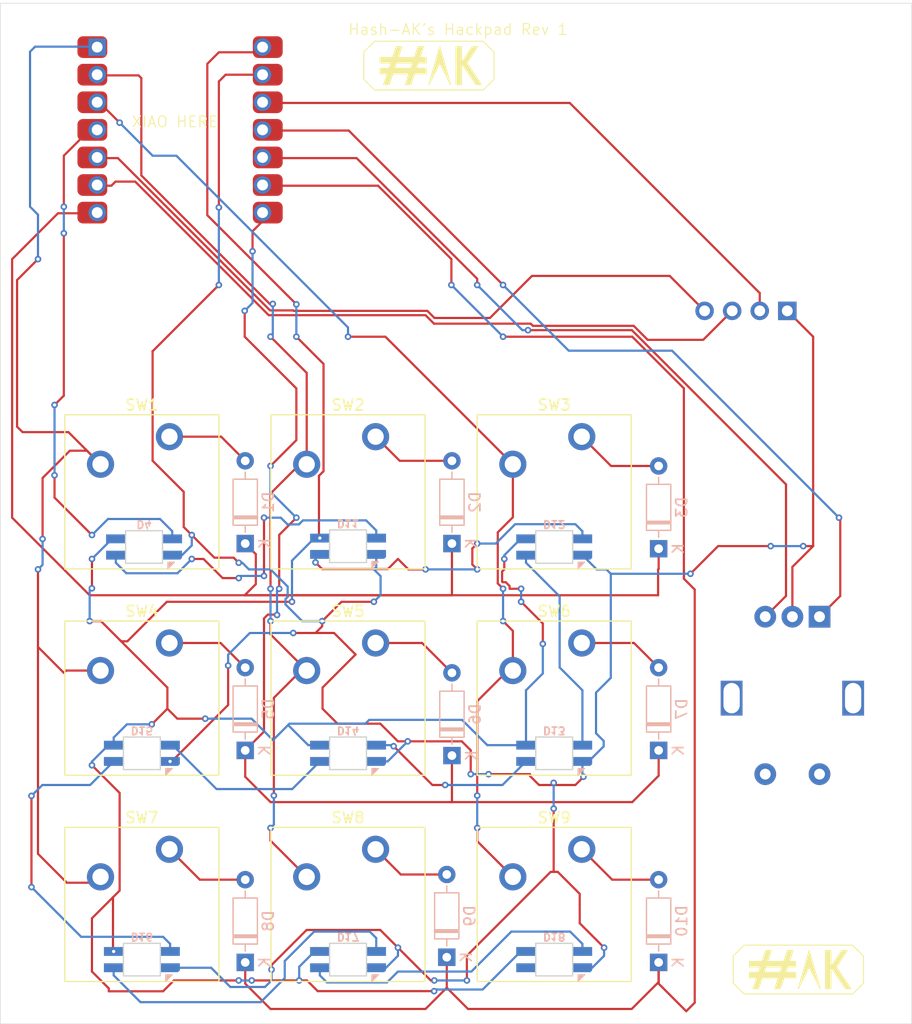
<source format=kicad_pcb>
(kicad_pcb (version 20241228) (generator "pcbnew") (generator_version "9.0")
  (layers (0 "F.Cu" signal) (2 "B.Cu" signal) (13 "F.Paste" user) (15 "B.Paste" user) (5 "F.SilkS" user "F.Silkscreen") (7 "B.SilkS" user "B.Silkscreen") (1 "F.Mask" user) (3 "B.Mask" user) (25 "Edge.Cuts" user))
  (net 0 "")
  (net 1 "GND")
  (net 2 "Row 0")
  (net 3 "Net-(D1-A)")
  (net 4 "Net-(D2-A)")
  (net 5 "Net-(D3-A)")
  (net 6 "Net-(D5-A)")
  (net 7 "Row 1")
  (net 8 "Net-(D6-A)")
  (net 9 "Net-(D7-A)")
  (net 10 "Row 2")
  (net 11 "Net-(D8-A)")
  (net 12 "Net-(D9-A)")
  (net 13 "Net-(D10-A)")
  (net 14 "VCC")
  (net 15 "SDA OLED")
  (net 16 "SCL OLED")
  (net 17 "Column 0")
  (net 18 "Column 1")
  (net 19 "Column 2")
  (net 20 "+5V")
  (net 21 "ENC11 A")
  (net 23 "ENC11 B")
  (net 25 "Net-(D11-DIN)")
  (net 26 "RGB")
  (net 27 "Net-(D11-DOUT)")
  (net 28 "Net-(D12-DOUT)")
  (net 29 "Net-(D13-DOUT)")
  (net 30 "Net-(D14-DOUT)")
  (net 31 "Net-(D15-DOUT)")
  (net 32 "Net-(D16-DOUT)")
  (net 33 "Net-(D17-DOUT)")
  (footprint "ScottoKeebs_MX:MX_PCB_1.00u" (layer "F.Cu") (at 49.06375 95.2375)
    (property "Reference" "SW2")
    (property "Value" "SW_Push")
  )
  (footprint "ScottoKeebs_MX:MX_PCB_1.00u" (layer "F.Cu") (at 30.06375 95.2375)
    (property "Reference" "SW1")
    (property "Value" "SW_Push")
  )
  (footprint "ScottoKeebs_MX:MX_PCB_1.00u" (layer "F.Cu") (at 68.06375 114.2375)
    (property "Reference" "SW6")
    (property "Value" "SW_Push")
  )
  (footprint "ScottoKeebs_MX:MX_PCB_1.00u" (layer "F.Cu") (at 30.06375 133.2375)
    (property "Reference" "SW7")
    (property "Value" "SW_Push")
  )
  (footprint "ScottoKeebs_MX:MX_PCB_1.00u" (layer "F.Cu") (at 49.06375 133.2375)
    (property "Reference" "SW8")
    (property "Value" "SW_Push")
  )
  (footprint "ScottoKeebs_MX:MX_PCB_1.00u" (layer "F.Cu") (at 30.06375 114.2375)
    (property "Reference" "SW4")
    (property "Value" "SW_Push")
  )
  (footprint "ScottoKeebs_MCU:Seeed_XIAO_RP2040" (layer "F.Cu") (at 33.565 61.9)
    (property "Reference" "U2" (hide yes))
    (property "Value" "XIAO-RP2040-DIP")
  )
  (footprint "ScottoKeebs_Components:OLED_128x64" (layer "F.Cu") (at 85.735 78.56875 180)
    (property "Reference" "J1" (hide yes))
    (property "Value" "OLED_128x64")
  )
  (footprint "ScottoKeebs_Scotto:Encoder_EC11_MX" (layer "F.Cu") (at 90.01375 114.2375 -90)
    (property "Reference" "SW10" (hide yes))
    (property "Value" "RotaryEncoder_Switch" (hide yes))
  )
  (footprint "ScottoKeebs_MX:MX_PCB_1.00u" (layer "F.Cu") (at 49.06375 114.2375)
    (property "Reference" "SW5")
    (property "Value" "SW_Push")
  )
  (footprint "ScottoKeebs_MX:MX_PCB_1.00u" (layer "F.Cu") (at 68.06375 133.2375)
    (property "Reference" "SW9")
    (property "Value" "SW_Push")
  )
  (footprint "ScottoKeebs_MX:MX_PCB_1.00u" (layer "F.Cu") (at 68.06375 95.2375)
    (property "Reference" "SW3")
    (property "Value" "SW_Push")
  )
  (footprint "PCB-third_party_neopixel:SK6812MINI-E" (layer "B.Cu") (at 49.06375 138.3175)
    (property "Reference" "D17")
    (property "Value" "SK6812MINI" (hide yes))
    (fp_line (start -1.7 -1.5) (end -1.7 1.5) (stroke (width 0.12)) (layer "Edge.Cuts"))
    (fp_line (start -1.7 1.5) (end 1.7 1.5) (stroke (width 0.12)) (layer "Edge.Cuts"))
    (fp_line (start 1.7 -1.5) (end -1.7 -1.5) (stroke (width 0.12)) (layer "Edge.Cuts"))
    (fp_line (start 1.7 1.5) (end 1.7 -1.5) (stroke (width 0.12)) (layer "Edge.Cuts"))
  )
  (footprint "PCB-third_party_neopixel:SK6812MINI-E" (layer "B.Cu") (at 30.26375 100.3175)
    (property "Reference" "D4")
    (property "Value" "SK6812MINI" (hide yes))
    (fp_line (start -1.7 -1.5) (end -1.7 1.5) (stroke (width 0.12)) (layer "Edge.Cuts"))
    (fp_line (start -1.7 1.5) (end 1.7 1.5) (stroke (width 0.12)) (layer "Edge.Cuts"))
    (fp_line (start 1.7 -1.5) (end -1.7 -1.5) (stroke (width 0.12)) (layer "Edge.Cuts"))
    (fp_line (start 1.7 1.5) (end 1.7 -1.5) (stroke (width 0.12)) (layer "Edge.Cuts"))
  )
  (footprint "PCB-third_party_neopixel:SK6812MINI-E" (layer "B.Cu") (at 68.06375 119.3175)
    (property "Reference" "D13")
    (property "Value" "SK6812MINI" (hide yes))
    (fp_line (start -1.7 -1.5) (end -1.7 1.5) (stroke (width 0.12)) (layer "Edge.Cuts"))
    (fp_line (start -1.7 1.5) (end 1.7 1.5) (stroke (width 0.12)) (layer "Edge.Cuts"))
    (fp_line (start 1.7 -1.5) (end -1.7 -1.5) (stroke (width 0.12)) (layer "Edge.Cuts"))
    (fp_line (start 1.7 1.5) (end 1.7 -1.5) (stroke (width 0.12)) (layer "Edge.Cuts"))
  )
  (footprint "PCB-third_party_neopixel:SK6812MINI-E" (layer "B.Cu") (at 30.06375 138.3175)
    (property "Reference" "D16")
    (property "Value" "SK6812MINI" (hide yes))
    (fp_line (start -1.7 -1.5) (end -1.7 1.5) (stroke (width 0.12)) (layer "Edge.Cuts"))
    (fp_line (start -1.7 1.5) (end 1.7 1.5) (stroke (width 0.12)) (layer "Edge.Cuts"))
    (fp_line (start 1.7 -1.5) (end -1.7 -1.5) (stroke (width 0.12)) (layer "Edge.Cuts"))
    (fp_line (start 1.7 1.5) (end 1.7 -1.5) (stroke (width 0.12)) (layer "Edge.Cuts"))
  )
  (footprint "Diode_THT:D_DO-35_SOD27_P7.62mm_Horizontal" (layer "B.Cu") (at 77.68875 138.57625 90)
    (property "Reference" "D10")
    (property "Value" "1N4148")
  )
  (footprint "Diode_THT:D_DO-35_SOD27_P7.62mm_Horizontal" (layer "B.Cu") (at 58.63875 100 90)
    (property "Reference" "D2")
    (property "Value" "1N4148")
  )
  (footprint "PCB-third_party_neopixel:SK6812MINI-E" (layer "B.Cu") (at 30.06375 119.3175)
    (property "Reference" "D15")
    (property "Value" "SK6812MINI" (hide yes))
    (fp_line (start -1.7 -1.5) (end -1.7 1.5) (stroke (width 0.12)) (layer "Edge.Cuts"))
    (fp_line (start -1.7 1.5) (end 1.7 1.5) (stroke (width 0.12)) (layer "Edge.Cuts"))
    (fp_line (start 1.7 -1.5) (end -1.7 -1.5) (stroke (width 0.12)) (layer "Edge.Cuts"))
    (fp_line (start 1.7 1.5) (end 1.7 -1.5) (stroke (width 0.12)) (layer "Edge.Cuts"))
  )
  (footprint "PCB-third_party_neopixel:SK6812MINI-E" (layer "B.Cu") (at 49.06375 119.3175)
    (property "Reference" "D14")
    (property "Value" "SK6812MINI" (hide yes))
    (fp_line (start -1.7 -1.5) (end -1.7 1.5) (stroke (width 0.12)) (layer "Edge.Cuts"))
    (fp_line (start -1.7 1.5) (end 1.7 1.5) (stroke (width 0.12)) (layer "Edge.Cuts"))
    (fp_line (start 1.7 -1.5) (end -1.7 -1.5) (stroke (width 0.12)) (layer "Edge.Cuts"))
    (fp_line (start 1.7 1.5) (end 1.7 -1.5) (stroke (width 0.12)) (layer "Edge.Cuts"))
  )
  (footprint "PCB-third_party_neopixel:SK6812MINI-E" (layer "B.Cu") (at 68.06375 138.3175)
    (property "Reference" "D18")
    (property "Value" "SK6812MINI" (hide yes))
    (fp_line (start -1.7 -1.5) (end -1.7 1.5) (stroke (width 0.12)) (layer "Edge.Cuts"))
    (fp_line (start -1.7 1.5) (end 1.7 1.5) (stroke (width 0.12)) (layer "Edge.Cuts"))
    (fp_line (start 1.7 -1.5) (end -1.7 -1.5) (stroke (width 0.12)) (layer "Edge.Cuts"))
    (fp_line (start 1.7 1.5) (end 1.7 -1.5) (stroke (width 0.12)) (layer "Edge.Cuts"))
  )
  (footprint "Diode_THT:D_DO-35_SOD27_P7.62mm_Horizontal" (layer "B.Cu") (at 58.1625 138.1 90)
    (property "Reference" "D9")
    (property "Value" "1N4148")
  )
  (footprint "PCB-third_party_neopixel:SK6812MINI-E" (layer "B.Cu") (at 49.06375 100.2475)
    (property "Reference" "D11")
    (property "Value" "SK6812MINI" (hide yes))
    (fp_line (start -1.7 -1.5) (end -1.7 1.5) (stroke (width 0.12)) (layer "Edge.Cuts"))
    (fp_line (start -1.7 1.5) (end 1.7 1.5) (stroke (width 0.12)) (layer "Edge.Cuts"))
    (fp_line (start 1.7 -1.5) (end -1.7 -1.5) (stroke (width 0.12)) (layer "Edge.Cuts"))
    (fp_line (start 1.7 1.5) (end 1.7 -1.5) (stroke (width 0.12)) (layer "Edge.Cuts"))
  )
  (footprint "Diode_THT:D_DO-35_SOD27_P7.62mm_Horizontal" (layer "B.Cu") (at 58.63875 119.52625 90)
    (property "Reference" "D6")
    (property "Value" "1N4148")
  )
  (footprint "Diode_THT:D_DO-35_SOD27_P7.62mm_Horizontal" (layer "B.Cu") (at 39.58875 119.05 90)
    (property "Reference" "D5")
    (property "Value" "1N4148")
  )
  (footprint "Diode_THT:D_DO-35_SOD27_P7.62mm_Horizontal" (layer "B.Cu") (at 77.68875 119.05 90)
    (property "Reference" "D7")
    (property "Value" "1N4148")
  )
  (footprint "Diode_THT:D_DO-35_SOD27_P7.62mm_Horizontal" (layer "B.Cu") (at 77.68875 100.47625 90)
    (property "Reference" "D3")
    (property "Value" "1N4148")
  )
  (footprint "Diode_THT:D_DO-35_SOD27_P7.62mm_Horizontal" (layer "B.Cu") (at 39.58875 100 90)
    (property "Reference" "D1")
    (property "Value" "1N4148")
  )
  (footprint "PCB-third_party_neopixel:SK6812MINI-E" (layer "B.Cu") (at 68.06375 100.3175)
    (property "Reference" "D12")
    (property "Value" "SK6812MINI" (hide yes))
    (fp_line (start -1.7 -1.5) (end -1.7 1.5) (stroke (width 0.12)) (layer "Edge.Cuts"))
    (fp_line (start -1.7 1.5) (end 1.7 1.5) (stroke (width 0.12)) (layer "Edge.Cuts"))
    (fp_line (start 1.7 -1.5) (end -1.7 -1.5) (stroke (width 0.12)) (layer "Edge.Cuts"))
    (fp_line (start 1.7 1.5) (end 1.7 -1.5) (stroke (width 0.12)) (layer "Edge.Cuts"))
  )
  (footprint "Diode_THT:D_DO-35_SOD27_P7.62mm_Horizontal" (layer "B.Cu") (at 39.58875 138.57625 90)
    (property "Reference" "D8")
    (property "Value" "1N4148")
  )
  (gr_poly (pts (xy 90.31375 139.4875) (xy 90.31375 139.9875) (xy 86.06375 139.9875) (xy 86.06375 139.4875)) (stroke (width 0.1)) (fill yes) (layer "F.SilkS"))
  (gr_poly (pts (xy 86.897083 140.9875) (xy 88.06375 137.4875) (xy 87.56375 137.4875) (xy 86.397083 140.9875)) (stroke (width 0.1)) (fill yes) (layer "F.SilkS"))
  (gr_line (start 61.51375 53.7375) (end 62.51375 54.7375) (stroke (width 0.1)) (layer "F.SilkS"))
  (gr_poly (pts (xy 52.847083 57.7375) (xy 54.01375 54.2375) (xy 53.51375 54.2375) (xy 52.347083 57.7375)) (stroke (width 0.1)) (fill yes) (layer "F.SilkS"))
  (gr_line (start 51.51375 53.7375) (end 61.51375 53.7375) (stroke (width 0.1)) (layer "F.SilkS"))
  (gr_line (start 84.56375 137.9875) (end 85.56375 136.9875) (stroke (width 0.1)) (layer "F.SilkS"))
  (gr_poly (pts (xy 90.56375 140.9875) (xy 91.56375 138.9875) (xy 92.56375 140.9875) (xy 91.56375 137.4875)) (stroke (width 0.1)) (fill yes) (layer "F.SilkS"))
  (gr_line (start 61.51375 58.2375) (end 51.51375 58.2375) (stroke (width 0.1)) (layer "F.SilkS"))
  (gr_poly (pts (xy 59.51375 55.7375) (xy 60.51375 54.2375) (xy 61.01375 54.2375) (xy 60.01375 55.7375) (xy 61.347083 57.7375) (xy 60.847083 57.7375)) (stroke (width 0.1)) (fill yes) (layer "F.SilkS"))
  (gr_line (start 50.51375 54.7375) (end 51.51375 53.7375) (stroke (width 0.1)) (layer "F.SilkS"))
  (gr_poly (pts (xy 93.06375 137.4875) (xy 93.06375 140.9875) (xy 93.56375 140.9875) (xy 93.56375 137.4875)) (stroke (width 0.1)) (fill yes) (layer "F.SilkS"))
  (gr_line (start 50.51375 57.2375) (end 50.51375 54.7375) (stroke (width 0.1)) (layer "F.SilkS"))
  (gr_line (start 84.56375 140.4875) (end 84.56375 137.9875) (stroke (width 0.1)) (layer "F.SilkS"))
  (gr_poly (pts (xy 59.01375 54.2375) (xy 59.01375 57.7375) (xy 59.51375 57.7375) (xy 59.51375 54.2375)) (stroke (width 0.1)) (fill yes) (layer "F.SilkS"))
  (gr_line (start 62.51375 57.2375) (end 61.51375 58.2375) (stroke (width 0.1)) (layer "F.SilkS"))
  (gr_poly (pts (xy 54.847083 57.7375) (xy 56.01375 54.2375) (xy 55.51375 54.2375) (xy 54.347083 57.7375)) (stroke (width 0.1)) (fill yes) (layer "F.SilkS"))
  (gr_line (start 96.56375 140.4875) (end 95.56375 141.4875) (stroke (width 0.1)) (layer "F.SilkS"))
  (gr_line (start 62.51375 54.7375) (end 62.51375 57.2375) (stroke (width 0.1)) (layer "F.SilkS"))
  (gr_line (start 85.56375 136.9875) (end 95.56375 136.9875) (stroke (width 0.1)) (layer "F.SilkS"))
  (gr_poly (pts (xy 86.06375 138.4875) (xy 90.31375 138.4875) (xy 90.31375 138.9875) (xy 86.06375 138.9875)) (stroke (width 0.1)) (fill yes) (layer "F.SilkS"))
  (gr_poly (pts (xy 56.26375 56.2375) (xy 56.26375 56.7375) (xy 52.01375 56.7375) (xy 52.01375 56.2375)) (stroke (width 0.1)) (fill yes) (layer "F.SilkS"))
  (gr_line (start 95.56375 136.9875) (end 96.56375 137.9875) (stroke (width 0.1)) (layer "F.SilkS"))
  (gr_poly (pts (xy 56.51375 57.7375) (xy 57.51375 55.7375) (xy 58.51375 57.7375) (xy 57.51375 54.2375)) (stroke (width 0.1)) (fill yes) (layer "F.SilkS"))
  (gr_poly (pts (xy 93.56375 138.9875) (xy 94.56375 137.4875) (xy 95.06375 137.4875) (xy 94.06375 138.9875) (xy 95.397083 140.9875) (xy 94.897083 140.9875)) (stroke (width 0.1)) (fill yes) (layer "F.SilkS"))
  (gr_poly (pts (xy 88.897083 140.9875) (xy 90.06375 137.4875) (xy 89.56375 137.4875) (xy 88.397083 140.9875)) (stroke (width 0.1)) (fill yes) (layer "F.SilkS"))
  (gr_line (start 51.51375 58.2375) (end 50.51375 57.2375) (stroke (width 0.1)) (layer "F.SilkS"))
  (gr_line (start 95.56375 141.4875) (end 85.56375 141.4875) (stroke (width 0.1)) (layer "F.SilkS"))
  (gr_poly (pts (xy 52.01375 55.2375) (xy 56.26375 55.2375) (xy 56.26375 55.7375) (xy 52.01375 55.7375)) (stroke (width 0.1)) (fill yes) (layer "F.SilkS"))
  (gr_line (start 96.56375 137.9875) (end 96.56375 140.4875) (stroke (width 0.1)) (layer "F.SilkS"))
  (gr_line (start 85.56375 141.4875) (end 84.56375 140.4875) (stroke (width 0.1)) (layer "F.SilkS"))
  (gr_rect (start 17.01375 50.2375) (end 101.01375 144.2375) (stroke (width 0.05)) (fill no) (layer "Edge.Cuts"))
  (gr_text "XIAO HERE" (at 29.06375 61.7375 0) (layer "F.SilkS") (effects (font (size 1 1) (thickness 0.1)) (justify left bottom)))
  (gr_text "Hash-AK's Hackpad Rev 1" (at 49.01375 53.2375 0) (layer "F.SilkS") (effects (font (size 1 1) (thickness 0.1)) (justify left bottom)))
  (segment (start 38.520001 101.300002) (end 36.746252 101.300002) (width 0.2) (layer "F.Cu") (net 1))
  (segment (start 31.05275 92.3725) (end 33.91775 95.2375) (width 0.2) (layer "F.Cu") (net 1))
  (segment (start 70.41475 133.2375) (end 70.41475 132.263684) (width 0.2) (layer "F.Cu") (net 1))
  (segment (start 65.838976 121.412274) (end 66.664202 122.2375) (width 0.2) (layer "F.Cu") (net 1))
  (segment (start 46.6825 108.2375) (end 47.77625 108.2375) (width 0.2) (layer "F.Cu") (net 1))
  (segment (start 32.81375 120.0675) (end 32.66375 120.0675) (width 0.2) (layer "F.Cu") (net 1))
  (segment (start 47.77625 108.2375) (end 49.757592 110.218842) (width 0.2) (layer "F.Cu") (net 1))
  (segment (start 45.242807 135.5885) (end 52.03475 135.5885) (width 0.2) (layer "F.Cu") (net 1))
  (segment (start 70.41475 132.263684) (end 68.388566 130.2375) (width 0.2) (layer "F.Cu") (net 1))
  (segment (start 68.01375 130.2375) (end 67.738934 130.2375) (width 0.2) (layer "F.Cu") (net 1))
  (segment (start 59.549 118.2175) (end 60.37 119.0385) (width 0.2) (layer "F.Cu") (net 1))
  (segment (start 83.16475 100.2375) (end 80.62 102.78225) (width 0.2) (layer "F.Cu") (net 1))
  (segment (start 53.66375 118.2175) (end 54.56375 118.2175) (width 0.2) (layer "F.Cu") (net 1))
  (segment (start 70.41475 134.9685) (end 70.41475 133.2375) (width 0.2) (layer "F.Cu") (net 1))
  (segment (start 72.66375 137.2175) (end 70.41475 134.9685) (width 0.2) (layer "F.Cu") (net 1))
  (segment (start 57.01375 140.2375) (end 56.68375 140.2375) (width 0.2) (layer "F.Cu") (net 1))
  (segment (start 42.01375 139.2375) (end 42.01375 138.817557) (width 0.2) (layer "F.Cu") (net 1))
  (segment (start 68.01375 130.2375) (end 68.01375 124.4125) (width 0.2) (layer "F.Cu") (net 1))
  (segment (start 54.56375 118.2175) (end 59.549 118.2175) (width 0.2) (layer "F.Cu") (net 1))
  (segment (start 90.01375 102.15) (end 91.92625 100.2375) (width 0.2) (layer "F.Cu") (net 1))
  (segment (start 38.01375 114.8675) (end 38.01375 111.2375) (width 0.2) (layer "F.Cu") (net 1))
  (segment (start 37.1575 57.44375) (end 37.78125 56.82) (width 0.2) (layer "F.Cu") (net 1))
  (segment (start 38.98875 101.768751) (end 38.520001 101.300002) (width 0.2) (layer "F.Cu") (net 1))
  (segment (start 48.46375 105.3625) (end 51.445 105.3625) (width 0.2) (layer "F.Cu") (net 1))
  (segment (start 33.91775 95.2375) (end 33.91775 98.4715) (width 0.2) (layer "F.Cu") (net 1))
  (segment (start 37.1575 69.04375) (end 37.1575 57.44375) (width 0.2) (layer "F.Cu") (net 1))
  (segment (start 46.6825 107.14375) (end 48.46375 105.3625) (width 0.2) (layer "F.Cu") (net 1))
  (segment (start 48.089934 116.5885) (end 52.03475 116.5885) (width 0.2) (layer "F.Cu") (net 1))
  (segment (start 88.01375 100.2375) (end 83.16475 100.2375) (width 0.2) (layer "F.Cu") (net 1))
  (segment (start 52.03475 135.5885) (end 53.66375 137.2175) (width 0.2) (layer "F.Cu") (net 1))
  (segment (start 91.92625 100.2375) (end 91.01375 100.2375) (width 0.2) (layer "F.Cu") (net 1))
  (segment (start 60.01375 137.962684) (end 60.01375 140.2375) (width 0.2) (layer "F.Cu") (net 1))
  (segment (start 62.01375 121.2375) (end 65.838976 121.2375) (width 0.2) (layer "F.Cu") (net 1))
  (segment (start 37.78125 56.82) (end 41.185 56.82) (width 0.2) (layer "F.Cu") (net 1))
  (segment (start 36.746252 101.300002) (end 34.66375 99.2175) (width 0.2) (layer "F.Cu") (net 1))
  (segment (start 52.03475 116.5885) (end 53.66375 118.2175) (width 0.2) (layer "F.Cu") (net 1))
  (segment (start 31.05275 82.29225) (end 31.05275 92.3725) (width 0.2) (layer "F.Cu") (net 1))
  (segment (start 44.01375 108.2375) (end 46.6825 108.2375) (width 0.2) (layer "F.Cu") (net 1))
  (segment (start 46.6825 107.61875) (end 46.06375 108.2375) (width 0.2) (layer "F.Cu") (net 1))
  (segment (start 38.01375 114.8675) (end 32.81375 120.0675) (width 0.2) (layer "F.Cu") (net 1))
  (segment (start 66.664202 122.2375) (end 70.01375 122.2375) (width 0.2) (layer "F.Cu") (net 1))
  (segment (start 68.388566 130.2375) (end 68.01375 130.2375) (width 0.2) (layer "F.Cu") (net 1))
  (segment (start 91.92625 100.2375) (end 91.92625 80.95) (width 0.2) (layer "F.Cu") (net 1))
  (segment (start 60.37 119.0385) (end 60.37 121.2375) (width 0.2) (layer "F.Cu") (net 1))
  (segment (start 65.838976 121.2375) (end 65.838976 121.412274) (width 0.2) (layer "F.Cu") (net 1))
  (segment (start 33.91775 98.4715) (end 34.66375 99.2175) (width 0.2) (layer "F.Cu") (net 1))
  (segment (start 46.71275 113.263684) (end 46.71275 115.211316) (width 0.2) (layer "F.Cu") (net 1))
  (segment (start 49.757592 110.218842) (end 46.71275 113.263684) (width 0.2) (layer "F.Cu") (net 1))
  (segment (start 70.01375 122.2375) (end 70.76375 121.4875) (width 0.2) (layer "F.Cu") (net 1))
  (segment (start 37.1575 76.1875) (end 31.05275 82.29225) (width 0.2) (layer "F.Cu") (net 1))
  (segment (start 42.01375 138.817557) (end 45.242807 135.5885) (width 0.2) (layer "F.Cu") (net 1))
  (segment (start 91.92625 80.95) (end 89.545 78.56875) (width 0.2) (layer "F.Cu") (net 1))
  (segment (start 46.6825 107.14375) (end 46.6825 107.61875) (width 0.2) (layer "F.Cu") (net 1))
  (segment (start 46.71275 115.211316) (end 48.089934 116.5885) (width 0.2) (layer "F.Cu") (net 1))
  (segment (start 56.68375 140.2375) (end 53.66375 137.2175) (width 0.2) (layer "F.Cu") (net 1))
  (segment (start 67.738934 130.2375) (end 60.01375 137.962684) (width 0.2) (layer "F.Cu") (net 1))
  (segment (start 90.01375 106.7375) (end 90.01375 102.15) (width 0.2) (layer "F.Cu") (net 1))
  (via (at 46.6825 107.14375) (size 0.6) (drill 0.3) (layers "F.Cu" "B.Cu") (net 1))
  (via (at 72.66375 137.2175) (size 0.6) (drill 0.3) (layers "F.Cu" "B.Cu") (net 1))
  (via (at 51.445 105.3625) (size 0.6) (drill 0.3) (layers "F.Cu" "B.Cu") (net 1))
  (via (at 91.01375 100.2375) (size 0.6) (drill 0.3) (layers "F.Cu" "B.Cu") (net 1))
  (via (at 88.01375 100.2375) (size 0.6) (drill 0.3) (layers "F.Cu" "B.Cu") (net 1))
  (via (at 42.01375 139.2375) (size 0.6) (drill 0.3) (layers "F.Cu" "B.Cu") (net 1))
  (via (at 60.01375 140.2375) (size 0.6) (drill 0.3) (layers "F.Cu" "B.Cu") (net 1))
  (via (at 37.1575 76.1875) (size 0.6) (drill 0.3) (layers "F.Cu" "B.Cu") (net 1))
  (via (at 68.01375 124.4125) (size 0.6) (drill 0.3) (layers "F.Cu" "B.Cu") (net 1))
  (via (at 38.01375 111.2375) (size 0.6) (drill 0.3) (layers "F.Cu" "B.Cu") (net 1))
  (via (at 34.66375 99.2175) (size 0.6) (drill 0.3) (layers "F.Cu" "B.Cu") (net 1))
  (via (at 38.98875 101.768751) (size 0.6) (drill 0.3) (layers "F.Cu" "B.Cu") (net 1))
  (via (at 68.01375 122.0385) (size 0.6) (drill 0.3) (layers "F.Cu" "B.Cu") (net 1))
  (via (at 57.01375 140.2375) (size 0.6) (drill 0.3) (layers "F.Cu" "B.Cu") (net 1))
  (via (at 53.66375 137.2175) (size 0.6) (drill 0.3) (layers "F.Cu" "B.Cu") (net 1))
  (via (at 70.754485 121.478235) (size 0.6) (drill 0.3) (layers "F.Cu" "B.Cu") (net 1))
  (via (at 54.56375 118.2175) (size 0.6) (drill 0.3) (layers "F.Cu" "B.Cu") (net 1))
  (via (at 80.62 102.78225) (size 0.6) (drill 0.3) (layers "F.Cu" "B.Cu") (net 1))
  (via (at 32.66375 120.0675) (size 0.6) (drill 0.3) (layers "F.Cu" "B.Cu") (net 1))
  (via (at 37.1575 69.04375) (size 0.6) (drill 0.3) (layers "F.Cu" "B.Cu") (net 1))
  (via (at 60.37 121.2375) (size 0.6) (drill 0.3) (layers "F.Cu" "B.Cu") (net 1))
  (via (at 62.01375 121.2375) (size 0.6) (drill 0.3) (layers "F.Cu" "B.Cu") (net 1))
  (via (at 44.01375 108.2375) (size 0.6) (drill 0.3) (layers "F.Cu" "B.Cu") (net 1))
  (segment (start 43.49925 104.913557) (end 43.29925 105.113557) (width 0.2) (layer "B.Cu") (net 1))
  (segment (start 71.91775 117.4715) (end 72.62375 118.1775) (width 0.2) (layer "B.Cu") (net 1))
  (segment (start 38.21475 140.8385) (end 41.41275 140.8385) (width 0.2) (layer "B.Cu") (net 1))
  (segment (start 71.23375 120.0675) (end 70.66375 120.0675) (width 0.2) (layer "B.Cu") (net 1))
  (segment (start 41.41275 140.8385) (end 42.01375 140.2375) (width 0.2) (layer "B.Cu") (net 1))
  (segment (start 39.317938 101.768751) (end 39.930437 102.38125) (width 0.2) (layer "B.Cu") (net 1))
  (segment (start 71.56375 139.0675) (end 72.66375 137.9675) (width 0.2) (layer "B.Cu") (net 1))
  (segment (start 73.27725 112.370174) (end 71.91775 113.729674) (width 0.2) (layer "B.Cu") (net 1))
  (segment (start 73.27725 102.78225) (end 73.27725 112.370174) (width 0.2) (layer "B.Cu") (net 1))
  (segment (start 72.62375 118.1775) (end 72.62375 118.6775) (width 0.2) (layer "B.Cu") (net 1))
  (segment (start 51.66375 102.1625) (end 51.445 102.38125) (width 0.2) (layer "B.Cu") (net 1))
  (segment (start 38.01375 111.2375) (end 38.01375 110.2375) (width 0.2) (layer "B.Cu") (net 1))
  (segment (start 51.445 105.3625) (end 52.06375 104.74375) (width 0.2) (layer "B.Cu") (net 1))
  (segment (start 73.27725 102.78225) (end 72.87625 102.38125) (width 0.2) (layer "B.Cu") (net 1))
  (segment (start 32.86375 101.0675) (end 33.76375 101.0675) (width 0.2) (layer "B.Cu") (net 1))
  (segment (start 51.66375 100.9975) (end 51.66375 102.1625) (width 0.2) (layer "B.Cu") (net 1))
  (segment (start 33.76375 101.0675) (end 34.66375 100.1675) (width 0.2) (layer "B.Cu") (net 1))
  (segment (start 41.92 102.38125) (end 43.49925 103.9605) (width 0.2) (layer "B.Cu") (net 1))
  (segment (start 60.01375 140.2375) (end 57.01375 140.2375) (width 0.2) (layer "B.Cu") (net 1))
  (segment (start 60.37 121.2375) (end 62.01375 121.2375) (width 0.2) (layer "B.Cu") (net 1))
  (segment (start 51.66375 120.0675) (end 52.71375 120.0675) (width 0.2) (layer "B.Cu") (net 1))
  (segment (start 52.06375 103) (end 51.445 102.38125) (width 0.2) (layer "B.Cu") (net 1))
  (segment (start 53.66375 137.9675) (end 53.66375 137.2175) (width 0.2) (layer "B.Cu") (net 1))
  (segment (start 52.56375 139.0675) (end 53.66375 137.9675) (width 0.2) (layer "B.Cu") (net 1))
  (segment (start 40.01375 108.2375) (end 44.01375 108.2375) (width 0.2) (layer "B.Cu") (net 1))
  (segment (start 43.29925 105.611443) (end 44.831557 107.14375) (width 0.2) (layer "B.Cu") (net 1))
  (segment (start 72.62375 118.6775) (end 71.23375 120.0675) (width 0.2) (layer "B.Cu") (net 1))
  (segment (start 43.29925 105.113557) (end 43.29925 105.611443) (width 0.2) (layer "B.Cu") (net 1))
  (segment (start 91.01375 100.2375) (end 88.01375 100.2375) (width 0.2) (layer "B.Cu") (net 1))
  (segment (start 38.01375 110.2375) (end 40.01375 108.2375) (width 0.2) (layer "B.Cu") (net 1))
  (segment (start 44.831557 107.14375) (end 46.6825 107.14375) (width 0.2) (layer "B.Cu") (net 1))
  (segment (start 32.66375 139.0675) (end 36.44375 139.0675) (width 0.2) (layer "B.Cu") (net 1))
  (segment (start 70.66375 120.0675) (end 70.66375 121.3875) (width 0.2) (layer "B.Cu") (net 1))
  (segment (start 72.87625 102.38125) (end 71.9775 102.38125) (width 0.2) (layer "B.Cu") (net 1))
  (segment (start 43.49925 103.9605) (end 43.49925 104.913557) (width 0.2) (layer "B.Cu") (net 1))
  (segment (start 37.1575 69.04375) (end 37.1575 76.1875) (width 0.2) (layer "B.Cu") (net 1))
  (segment (start 68.01375 124.4125) (end 68.01375 122.0385) (width 0.2) (layer "B.Cu") (net 1))
  (segment (start 42.01375 140.2375) (end 42.01375 139.2375) (width 0.2) (layer "B.Cu") (net 1))
  (segment (start 52.06375 104.74375) (end 52.06375 103) (width 0.2) (layer "B.Cu") (net 1))
  (segment (start 38.98875 101.768751) (end 39.317938 101.768751) (width 0.2) (layer "B.Cu") (net 1))
  (segment (start 70.66375 139.0675) (end 71.56375 139.0675) (width 0.2) (layer "B.Cu") (net 1))
  (segment (start 36.44375 139.0675) (end 38.21475 140.8385) (width 0.2) (layer "B.Cu") (net 1))
  (segment (start 71.9775 102.38125) (end 70.66375 101.0675) (width 0.2) (layer "B.Cu") (net 1))
  (segment (start 39.930437 102.38125) (end 41.92 102.38125) (width 0.2) (layer "B.Cu") (net 1))
  (segment (start 72.66375 137.9675) (end 72.66375 137.2175) (width 0.2) (layer "B.Cu") (net 1))
  (segment (start 80.62 102.78225) (end 73.27725 102.78225) (width 0.2) (layer "B.Cu") (net 1))
  (segment (start 34.66375 100.1675) (end 34.66375 99.2175) (width 0.2) (layer "B.Cu") (net 1))
  (segment (start 52.71375 120.0675) (end 54.56375 118.2175) (width 0.2) (layer "B.Cu") (net 1))
  (segment (start 71.91775 113.729674) (end 71.91775 117.4715) (width 0.2) (layer "B.Cu") (net 1))
  (segment (start 51.66375 139.0675) (end 52.56375 139.0675) (width 0.2) (layer "B.Cu") (net 1))
  (segment (start 70.66375 121.3875) (end 70.754485 121.478235) (width 0.2) (layer "B.Cu") (net 1))
  (segment (start 77.63875 104.7625) (end 77.63875 102.38125) (width 0.2) (layer "F.Cu") (net 2))
  (segment (start 22.33125 69.5825) (end 18.1075 73.80625) (width 0.2) (layer "F.Cu") (net 2))
  (segment (start 58.58875 104.7625) (end 39.53875 104.7625) (width 0.2) (layer "F.Cu") (net 2))
  (segment (start 58.63875 100) (end 58.63875 104.7125) (width 0.2) (layer "F.Cu") (net 2))
  (segment (start 39.53875 104.7625) (end 77.63875 104.7625) (width 0.2) (layer "F.Cu") (net 2))
  (segment (start 25.845 69.5825) (end 22.33125 69.5825) (width 0.2) (layer "F.Cu") (net 2))
  (segment (start 77.63875 102.38125) (end 77.68875 102.33125) (width 0.2) (layer "F.Cu") (net 2))
  (segment (start 18.1075 97.61875) (end 25.25125 104.7625) (width 0.2) (layer "F.Cu") (net 2))
  (segment (start 77.68875 102.33125) (end 77.68875 100.47625) (width 0.2) (layer "F.Cu") (net 2))
  (segment (start 39.58875 100) (end 40.56375 100.975) (width 0.2) (layer "F.Cu") (net 2))
  (segment (start 40.56375 103.7375) (end 39.53875 104.7625) (width 0.2) (layer "F.Cu") (net 2))
  (segment (start 25.25125 104.7625) (end 39.53875 104.7625) (width 0.2) (layer "F.Cu") (net 2))
  (segment (start 40.56375 100.975) (end 40.56375 103.7375) (width 0.2) (layer "F.Cu") (net 2))
  (segment (start 18.1075 73.80625) (end 18.1075 97.61875) (width 0.2) (layer "F.Cu") (net 2))
  (segment (start 58.63875 104.7125) (end 58.58875 104.7625) (width 0.2) (layer "F.Cu") (net 2))
  (segment (start 37.36625 90.1575) (end 39.58875 92.38) (width 0.2) (layer "F.Cu") (net 3))
  (segment (start 32.60375 90.1575) (end 37.36625 90.1575) (width 0.2) (layer "F.Cu") (net 3))
  (segment (start 51.60375 90.1575) (end 53.82625 92.38) (width 0.2) (layer "F.Cu") (net 4))
  (segment (start 53.82625 92.38) (end 58.63875 92.38) (width 0.2) (layer "F.Cu") (net 4))
  (segment (start 73.3025 92.85625) (end 77.68875 92.85625) (width 0.2) (layer "F.Cu") (net 5))
  (segment (start 70.60375 90.1575) (end 73.3025 92.85625) (width 0.2) (layer "F.Cu") (net 5))
  (segment (start 37.31625 109.1575) (end 39.58875 111.43) (width 0.2) (layer "F.Cu") (net 6))
  (segment (start 32.60375 109.1575) (end 37.31625 109.1575) (width 0.2) (layer "F.Cu") (net 6))
  (segment (start 41.671057 106.54275) (end 41.319 106.894807) (width 0.2) (layer "F.Cu") (net 7))
  (segment (start 42.52 106.578063) (end 42.484687 106.54275) (width 0.2) (layer "F.Cu") (net 7))
  (segment (start 58.63875 123.7625) (end 58.68875 123.8125) (width 0.2) (layer "F.Cu") (net 7))
  (segment (start 75.2575 123.8125) (end 77.68875 121.38125) (width 0.2) (layer "F.Cu") (net 7))
  (segment (start 39.53875 80.95) (end 44.30125 85.7125) (width 0.2) (layer "F.Cu") (net 7))
  (segment (start 58.58875 123.8125) (end 58.63875 123.7625) (width 0.2) (layer "F.Cu") (net 7))
  (segment (start 44.30125 97.61875) (end 42.720003 99.199997) (width 0.2) (layer "F.Cu") (net 7))
  (segment (start 77.68875 121.38125) (end 77.68875 119.05) (width 0.2) (layer "F.Cu") (net 7))
  (segment (start 44.30125 90.475) (end 41.92 92.85625) (width 0.2) (layer "F.Cu") (net 7))
  (segment (start 58.68875 123.8125) (end 75.2575 123.8125) (width 0.2) (layer "F.Cu") (net 7))
  (segment (start 41.92 69.5825) (end 40.263015 71.239485) (width 0.2) (layer "F.Cu") (net 7))
  (segment (start 40.263015 71.239485) (end 40.263015 73.081985) (width 0.2) (layer "F.Cu") (net 7))
  (segment (start 39.53875 78.56875) (end 39.53875 80.95) (width 0.2) (layer "F.Cu") (net 7))
  (segment (start 42.484687 106.54275) (end 41.671057 106.54275) (width 0.2) (layer "F.Cu") (net 7))
  (segment (start 58.63875 123.7625) (end 58.63875 119.52625) (width 0.2) (layer "F.Cu") (net 7))
  (segment (start 41.319 106.894807) (end 41.319 117.31975) (width 0.2) (layer "F.Cu") (net 7))
  (segment (start 44.30125 85.7125) (end 44.30125 90.475) (width 0.2) (layer "F.Cu") (net 7))
  (segment (start 39.58875 121.48125) (end 41.92 123.8125) (width 0.2) (layer "F.Cu") (net 7))
  (segment (start 42.720003 99.199997) (end 42.720003 104.1625) (width 0.2) (layer "F.Cu") (net 7))
  (segment (start 41.319 117.31975) (end 39.58875 119.05) (width 0.2) (layer "F.Cu") (net 7))
  (segment (start 41.92 123.8125) (end 58.58875 123.8125) (width 0.2) (layer "F.Cu") (net 7))
  (segment (start 39.58875 119.05) (end 39.58875 121.48125) (width 0.2) (layer "F.Cu") (net 7))
  (via (at 44.30125 97.61875) (size 0.6) (drill 0.3) (layers "F.Cu" "B.Cu") (net 7))
  (via (at 40.263015 73.081985) (size 0.6) (drill 0.3) (layers "F.Cu" "B.Cu") (net 7))
  (via (at 42.52 106.578063) (size 0.6) (drill 0.3) (layers "F.Cu" "B.Cu") (net 7))
  (via (at 42.720003 104.1625) (size 0.6) (drill 0.3) (layers "F.Cu" "B.Cu") (net 7))
  (via (at 41.92 92.85625) (size 0.6) (drill 0.3) (layers "F.Cu" "B.Cu") (net 7))
  (via (at 39.53875 78.56875) (size 0.6) (drill 0.3) (layers "F.Cu" "B.Cu") (net 7))
  (segment (start 41.92 92.85625) (end 41.92 95.2375) (width 0.2) (layer "B.Cu") (net 7))
  (segment (start 40.263015 77.844485) (end 39.53875 78.56875) (width 0.2) (layer "B.Cu") (net 7))
  (segment (start 42.720003 104.1625) (end 42.52 104.362503) (width 0.2) (layer "B.Cu") (net 7))
  (segment (start 40.263015 73.081985) (end 40.263015 77.844485) (width 0.2) (layer "B.Cu") (net 7))
  (segment (start 41.92 95.2375) (end 44.30125 97.61875) (width 0.2) (layer "B.Cu") (net 7))
  (segment (start 42.52 104.362503) (end 42.52 106.578063) (width 0.2) (layer "B.Cu") (net 7))
  (segment (start 55.89 109.1575) (end 58.63875 111.90625) (width 0.2) (layer "F.Cu") (net 8))
  (segment (start 51.60375 109.1575) (end 55.89 109.1575) (width 0.2) (layer "F.Cu") (net 8))
  (segment (start 75.41625 109.1575) (end 77.68875 111.43) (width 0.2) (layer "F.Cu") (net 9))
  (segment (start 70.60375 109.1575) (end 75.41625 109.1575) (width 0.2) (layer "F.Cu") (net 9))
  (segment (start 81.01375 142.2875) (end 80.229375 143.071875) (width 0.2) (layer "F.Cu") (net 10))
  (segment (start 80.01375 103.2375) (end 81.01375 104.2375) (width 0.2) (layer "F.Cu") (net 10))
  (segment (start 60.1175 142.8625) (end 75.2075 142.8625) (width 0.2) (layer "F.Cu") (net 10))
  (segment (start 75.2575 80.95) (end 80.01375 85.70625) (width 0.2) (layer "F.Cu") (net 10))
  (segment (start 80.01375 103.036443) (end 80.01375 103.2375) (width 0.2) (layer "F.Cu") (net 10))
  (segment (start 80.019 103.031193) (end 80.01375 103.036443) (width 0.2) (layer "F.Cu") (net 10))
  (segment (start 51.825 67.0425) (end 58.58875 73.80625) (width 0.2) (layer "F.Cu") (net 10))
  (segment (start 58.1625 140.9075) (end 60.1175 142.8625) (width 0.2) (layer "F.Cu") (net 10))
  (segment (start 51.825 67.0425) (end 41.92 67.0425) (width 0.2) (layer "F.Cu") (net 10))
  (segment (start 39.58875 138.57625) (end 39.58875 140.53125) (width 0.2) (layer "F.Cu") (net 10))
  (segment (start 63.35125 80.95) (end 75.2575 80.95) (width 0.2) (layer "F.Cu") (net 10))
  (segment (start 77.68875 140.53125) (end 77.68875 138.57625) (width 0.2) (layer "F.Cu") (net 10))
  (segment (start 58.58875 76.1875) (end 58.58875 73.80625) (width 0.2) (layer "F.Cu") (net 10))
  (segment (start 80.01375 102.528057) (end 80.019 102.533307) (width 0.2) (layer "F.Cu") (net 10))
  (segment (start 39.58875 140.53125) (end 41.92 142.8625) (width 0.2) (layer "F.Cu") (net 10))
  (segment (start 41.92 142.8625) (end 56.2075 142.8625) (width 0.2) (layer "F.Cu") (net 10))
  (segment (start 80.01375 85.70625) (end 80.01375 102.528057) (width 0.2) (layer "F.Cu") (net 10))
  (segment (start 75.2075 142.8625) (end 77.68875 140.38125) (width 0.2) (layer "F.Cu") (net 10))
  (segment (start 81.01375 104.2375) (end 81.01375 142.2875) (width 0.2) (layer "F.Cu") (net 10))
  (segment (start 80.229375 143.071875) (end 77.68875 140.53125) (width 0.2) (layer "F.Cu") (net 10))
  (segment (start 56.2075 142.8625) (end 58.1625 140.9075) (width 0.2) (layer "F.Cu") (net 10))
  (segment (start 58.1625 138.1) (end 58.1625 140.9075) (width 0.2) (layer "F.Cu") (net 10))
  (segment (start 77.68875 140.38125) (end 77.68875 138.57625) (width 0.2) (layer "F.Cu") (net 10))
  (segment (start 80.019 102.533307) (end 80.019 103.031193) (width 0.2) (layer "F.Cu") (net 10))
  (via (at 58.58875 76.1875) (size 0.6) (drill 0.3) (layers "F.Cu" "B.Cu") (net 10))
  (via (at 63.35125 80.95) (size 0.6) (drill 0.3) (layers "F.Cu" "B.Cu") (net 10))
  (segment (start 63.35125 80.95) (end 58.58875 76.1875) (width 0.2) (layer "B.Cu") (net 10))
  (segment (start 35.4025 130.95625) (end 39.58875 130.95625) (width 0.2) (layer "F.Cu") (net 11))
  (segment (start 32.60375 128.1575) (end 35.4025 130.95625) (width 0.2) (layer "F.Cu") (net 11))
  (segment (start 51.60375 128.1575) (end 53.92625 130.48) (width 0.2) (layer "F.Cu") (net 12))
  (segment (start 53.92625 130.48) (end 58.1625 130.48) (width 0.2) (layer "F.Cu") (net 12))
  (segment (start 73.4025 130.95625) (end 70.60375 128.1575) (width 0.2) (layer "F.Cu") (net 13))
  (segment (start 77.68875 130.95625) (end 73.4025 130.95625) (width 0.2) (layer "F.Cu") (net 13))
  (segment (start 87.005 78.56875) (end 87.005 76.92875) (width 0.2) (layer "F.Cu") (net 14))
  (segment (start 87.005 76.92875) (end 69.49875 59.4225) (width 0.2) (layer "F.Cu") (net 14))
  (segment (start 69.49875 59.4225) (end 41.92 59.4225) (width 0.2) (layer "F.Cu") (net 14))
  (segment (start 27.85375 64.5025) (end 41.879785 78.528535) (width 0.2) (layer "F.Cu") (net 15))
  (segment (start 78.706705 75.350455) (end 81.925 78.56875) (width 0.2) (layer "F.Cu") (net 15))
  (segment (start 25.845 64.5025) (end 27.85375 64.5025) (width 0.2) (layer "F.Cu") (net 15))
  (segment (start 44.011092 78.528535) (end 44.051307 78.56875) (width 0.2) (layer "F.Cu") (net 15))
  (segment (start 44.051307 78.56875) (end 56.3736 78.56875) (width 0.2) (layer "F.Cu") (net 15))
  (segment (start 66.01375 75.350455) (end 78.706705 75.350455) (width 0.2) (layer "F.Cu") (net 15))
  (segment (start 56.3736 78.56875) (end 57.02805 79.2232) (width 0.2) (layer "F.Cu") (net 15))
  (segment (start 57.02805 79.2232) (end 62.141005 79.2232) (width 0.2) (layer "F.Cu") (net 15))
  (segment (start 41.879785 78.528535) (end 44.011092 78.528535) (width 0.2) (layer "F.Cu") (net 15))
  (segment (start 62.141005 79.2232) (end 66.01375 75.350455) (width 0.2) (layer "F.Cu") (net 15))
  (segment (start 27.2525 67.0425) (end 27.6325 66.6625) (width 0.2) (layer "F.Cu") (net 16))
  (segment (start 75.3897 79.948) (end 76.6792 81.2375) (width 0.2) (layer "F.Cu") (net 16))
  (segment (start 25.845 67.0425) (end 27.2525 67.0425) (width 0.2) (layer "F.Cu") (net 16))
  (segment (start 56.98575 79.748) (end 65.897596 79.748) (width 0.2) (layer "F.Cu") (net 16))
  (segment (start 27.6325 66.6625) (end 29.44665 66.6625) (width 0.2) (layer "F.Cu") (net 16))
  (segment (start 29.44665 66.6625) (end 41.7539 78.96975) (width 0.2) (layer "F.Cu") (net 16))
  (segment (start 65.897596 79.748) (end 66.097596 79.948) (width 0.2) (layer "F.Cu") (net 16))
  (segment (start 41.7539 78.96975) (end 56.2075 78.96975) (width 0.2) (layer "F.Cu") (net 16))
  (segment (start 66.097596 79.948) (end 75.3897 79.948) (width 0.2) (layer "F.Cu") (net 16))
  (segment (start 56.2075 78.96975) (end 56.98575 79.748) (width 0.2) (layer "F.Cu") (net 16))
  (segment (start 81.79625 81.2375) (end 84.465 78.56875) (width 0.2) (layer "F.Cu") (net 16))
  (segment (start 76.6792 81.2375) (end 81.79625 81.2375) (width 0.2) (layer "F.Cu") (net 16))
  (segment (start 25.003751 91.447501) (end 23.428806 91.447501) (width 0.2) (layer "F.Cu") (net 17))
  (segment (start 26.25375 92.6975) (end 25.003751 91.447501) (width 0.2) (layer "F.Cu") (net 17))
  (segment (start 23.07875 111.6975) (end 26.25375 111.6975) (width 0.2) (layer "F.Cu") (net 17))
  (segment (start 18.56375 75.73125) (end 20.48875 73.80625) (width 0.2) (layer "F.Cu") (net 17))
  (segment (start 26.25375 92.6975) (end 23.29375 89.7375) (width 0.2) (layer "F.Cu") (net 17))
  (segment (start 20.48875 128.575) (end 23.15125 131.2375) (width 0.2) (layer "F.Cu") (net 17))
  (segment (start 23.15125 131.2375) (end 25.71375 131.2375) (width 0.2) (layer "F.Cu") (net 17))
  (segment (start 19.06375 89.7375) (end 18.56375 89.2375) (width 0.2) (layer "F.Cu") (net 17))
  (segment (start 20.48875 109.525) (end 20.48875 128.575) (width 0.2) (layer "F.Cu") (net 17))
  (segment (start 25.71375 131.2375) (end 26.25375 130.6975) (width 0.2) (layer "F.Cu") (net 17))
  (segment (start 23.29375 89.7375) (end 19.06375 89.7375) (width 0.2) (layer "F.Cu") (net 17))
  (segment (start 18.56375 89.2375) (end 18.56375 75.73125) (width 0.2) (layer "F.Cu") (net 17))
  (segment (start 22.87 111.90625) (end 23.07875 111.6975) (width 0.2) (layer "F.Cu") (net 17))
  (segment (start 20.913015 93.963292) (end 20.913015 99.575735) (width 0.2) (layer "F.Cu") (net 17))
  (segment (start 23.428806 91.447501) (end 20.913015 93.963292) (width 0.2) (layer "F.Cu") (net 17))
  (segment (start 20.48875 102.38125) (end 20.48875 109.525) (width 0.2) (layer "F.Cu") (net 17))
  (segment (start 20.48875 109.525) (end 22.87 111.90625) (width 0.2) (layer "F.Cu") (net 17))
  (via (at 20.48875 73.80625) (size 0.6) (drill 0.3) (layers "F.Cu" "B.Cu") (net 17))
  (via (at 20.48875 102.38125) (size 0.6) (drill 0.3) (layers "F.Cu" "B.Cu") (net 17))
  (via (at 20.913015 99.575735) (size 0.6) (drill 0.3) (layers "F.Cu" "B.Cu") (net 17))
  (segment (start 20.913015 99.575735) (end 20.913015 101.956985) (width 0.2) (layer "B.Cu") (net 17))
  (segment (start 20.913015 101.956985) (end 20.48875 102.38125) (width 0.2) (layer "B.Cu") (net 17))
  (segment (start 25.74 54.2375) (end 25.845 54.3425) (width 0.2) (layer "B.Cu") (net 17))
  (segment (start 19.756018 54.705232) (end 20.22375 54.2375) (width 0.2) (layer "B.Cu") (net 17))
  (segment (start 20.22375 54.2375) (end 25.74 54.2375) (width 0.2) (layer "B.Cu") (net 17))
  (segment (start 20.48875 69.7125) (end 19.756018 68.979768) (width 0.2) (layer "B.Cu") (net 17))
  (segment (start 19.756018 68.979768) (end 19.756018 54.705232) (width 0.2) (layer "B.Cu") (net 17))
  (segment (start 20.48875 73.80625) (end 20.48875 69.7125) (width 0.2) (layer "B.Cu") (net 17))
  (segment (start 41.92 127.36375) (end 45.25375 130.6975) (width 0.2) (layer "F.Cu") (net 18))
  (segment (start 44.73925 111.6975) (end 42.226815 114.209935) (width 0.2) (layer "F.Cu") (net 18))
  (segment (start 30.01375 66.0954) (end 41.845885 77.927535) (width 0.2) (layer "F.Cu") (net 18))
  (segment (start 41.92 108.36375) (end 45.25375 111.6975) (width 0.2) (layer "F.Cu") (net 18))
  (segment (start 41.92 107.14375) (end 41.92 108.36375) (width 0.2) (layer "F.Cu") (net 18))
  (segment (start 45.25375 111.6975) (end 44.73925 111.6975) (width 0.2) (layer "F.Cu") (net 18))
  (segment (start 41.92 95.391468) (end 41.92 102.38125) (width 0.2) (layer "F.Cu") (net 18))
  (segment (start 41.92 126.19375) (end 41.92 127.36375) (width 0.2) (layer "F.Cu") (net 18))
  (segment (start 45.25375 84.28375) (end 45.25375 92.6975) (width 0.2) (layer "F.Cu") (net 18))
  (segment (start 41.845885 77.927535) (end 42.127315 77.927535) (width 0.2) (layer "F.Cu") (net 18))
  (segment (start 29.75875 56.8825) (end 30.01375 57.1375) (width 0.2) (layer "F.Cu") (net 18))
  (segment (start 44.613968 92.6975) (end 41.92 95.391468) (width 0.2) (layer "F.Cu") (net 18))
  (segment (start 30.01375 57.1375) (end 30.01375 66.0954) (width 0.2) (layer "F.Cu") (net 18))
  (segment (start 42.226815 114.209935) (end 42.226815 123.2125) (width 0.2) (layer "F.Cu") (net 18))
  (segment (start 45.25375 92.6975) (end 44.613968 92.6975) (width 0.2) (layer "F.Cu") (net 18))
  (segment (start 41.92 80.95) (end 45.25375 84.28375) (width 0.2) (layer "F.Cu") (net 18))
  (segment (start 41.92 102.38125) (end 41.92 104.1625) (width 0.2) (layer "F.Cu") (net 18))
  (segment (start 25.845 56.8825) (end 29.75875 56.8825) (width 0.2) (layer "F.Cu") (net 18))
  (via (at 42.127315 77.927535) (size 0.6) (drill 0.3) (layers "F.Cu" "B.Cu") (net 18))
  (via (at 41.92 107.14375) (size 0.6) (drill 0.3) (layers "F.Cu" "B.Cu") (net 18))
  (via (at 41.92 126.19375) (size 0.6) (drill 0.3) (layers "F.Cu" "B.Cu") (net 18))
  (via (at 42.226815 123.2125) (size 0.6) (drill 0.3) (layers "F.Cu" "B.Cu") (net 18))
  (via (at 41.92 104.1625) (size 0.6) (drill 0.3) (layers "F.Cu" "B.Cu") (net 18))
  (via (at 41.92 80.95) (size 0.6) (drill 0.3) (layers "F.Cu" "B.Cu") (net 18))
  (segment (start 42.127315 80.742685) (end 41.92 80.95) (width 0.2) (layer "B.Cu") (net 18))
  (segment (start 42.127315 77.927535) (end 42.127315 80.742685) (width 0.2) (layer "B.Cu") (net 18))
  (segment (start 41.92 104.1625) (end 41.92 107.14375) (width 0.2) (layer "B.Cu") (net 18))
  (segment (start 42.226815 123.2125) (end 42.226815 125.886935) (width 0.2) (layer "B.Cu") (net 18))
  (segment (start 42.226815 125.886935) (end 41.92 126.19375) (width 0.2) (layer "B.Cu") (net 18))
  (segment (start 63.789924 111.6975) (end 60.97 114.517424) (width 0.2) (layer "F.Cu") (net 19))
  (segment (start 62.86275 103.674) (end 63.35125 104.1625) (width 0.2) (layer "F.Cu") (net 19))
  (segment (start 64.25375 92.6975) (end 64.25375 97.577557) (width 0.2) (layer "F.Cu") (net 19))
  (segment (start 26.19875 59.4225) (end 28.01375 61.2375) (width 0.2) (layer "F.Cu") (net 19))
  (segment (start 60.97 127.41375) (end 64.25375 130.6975) (width 0.2) (layer "F.Cu") (net 19))
  (segment (start 60.97 114.517424) (end 60.97 123.2125) (width 0.2) (layer "F.Cu") (net 19))
  (segment (start 49.06375 80.95) (end 52.50625 80.95) (width 0.2) (layer "F.Cu") (net 19))
  (segment (start 60.97 126.19375) (end 60.97 127.41375) (width 0.2) (layer "F.Cu") (net 19))
  (segment (start 63.35125 107.14375) (end 64.25375 108.04625) (width 0.2) (layer "F.Cu") (net 19))
  (segment (start 64.25375 111.6975) (end 63.789924 111.6975) (width 0.2) (layer "F.Cu") (net 19))
  (segment (start 25.01 59.4225) (end 26.19875 59.4225) (width 0.2) (layer "F.Cu") (net 19))
  (segment (start 62.86275 98.968557) (end 62.86275 103.674) (width 0.2) (layer "F.Cu") (net 19))
  (segment (start 64.25375 97.577557) (end 62.86275 98.968557) (width 0.2) (layer "F.Cu") (net 19))
  (segment (start 64.25375 108.04625) (end 64.25375 111.6975) (width 0.2) (layer "F.Cu") (net 19))
  (segment (start 52.50625 80.95) (end 64.25375 92.6975) (width 0.2) (layer "F.Cu") (net 19))
  (via (at 28.01375 61.2375) (size 0.6) (drill 0.3) (layers "F.Cu" "B.Cu") (net 19))
  (via (at 63.35125 104.1625) (size 0.6) (drill 0.3) (layers "F.Cu" "B.Cu") (net 19))
  (via (at 49.06375 80.95) (size 0.6) (drill 0.3) (layers "F.Cu" "B.Cu") (net 19))
  (via (at 60.97 126.19375) (size 0.6) (drill 0.3) (layers "F.Cu" "B.Cu") (net 19))
  (via (at 63.35125 107.14375) (size 0.6) (drill 0.3) (layers "F.Cu" "B.Cu") (net 19))
  (via (at 60.97 123.2125) (size 0.6) (drill 0.3) (layers "F.Cu" "B.Cu") (net 19))
  (segment (start 49.06375 80.100057) (end 49.06375 80.95) (width 0.2) (layer "B.Cu") (net 19))
  (segment (start 31.0575 64.28125) (end 33.244943 64.28125) (width 0.2) (layer "B.Cu") (net 19))
  (segment (start 33.244943 64.28125) (end 49.06375 80.100057) (width 0.2) (layer "B.Cu") (net 19))
  (segment (start 28.01375 61.2375) (end 31.0575 64.28125) (width 0.2) (layer "B.Cu") (net 19))
  (segment (start 60.97 123.2125) (end 60.97 126.19375) (width 0.2) (layer "B.Cu") (net 19))
  (segment (start 63.35125 104.1625) (end 63.35125 107.14375) (width 0.2) (layer "B.Cu") (net 19))
  (segment (start 63.26375 103.5079) (end 63.26375 102.58025) (width 0.2) (layer "F.Cu") (net 20))
  (segment (start 63.46375 102.38025) (end 63.46375 101.4175) (width 0.2) (layer "F.Cu") (net 20))
  (segment (start 56.99886 141.22261) (end 46.26886 141.22261) (width 0.2) (layer "F.Cu") (net 20))
  (segment (start 25.46375 139.4175) (end 25.46375 134.512684) (width 0.2) (layer "F.Cu") (net 20))
  (segment (start 41.50625 54.75625) (end 37.1575 54.75625) (width 0.2) (layer "F.Cu") (net 20))
  (segment (start 27.401342 132.575092) (end 27.401342 137.505092) (width 0.2) (layer "F.Cu") (net 20))
  (segment (start 67.01375 109.2375) (end 67.01375 107.3625) (width 0.2) (layer "F.Cu") (net 20))
  (segment (start 44.30125 80.95) (end 46.80475 83.4535) (width 0.2) (layer "F.Cu") (net 20))
  (segment (start 26.294816 107.14375) (end 28.154283 109.003217) (width 0.2) (layer "F.Cu") (net 20))
  (segment (start 46.80475 93.339946) (end 46.38375 93.760946) (width 0.2) (layer "F.Cu") (net 20))
  (segment (start 27.401342 132.575092) (end 28.01375 131.962684) (width 0.2) (layer "F.Cu") (net 20))
  (segment (start 46.26886 141.22261) (end 45.28375 140.2375) (width 0.2) (layer "F.Cu") (net 20))
  (segment (start 32.01375 141.2375) (end 27.01375 141.2375) (width 0.2) (layer "F.Cu") (net 20))
  (segment (start 38.98875 140.2375) (end 33.01375 140.2375) (width 0.2) (layer "F.Cu") (net 20))
  (segment (start 30.976158 116.649908) (end 30.957316 116.66875) (width 0.2) (layer "F.Cu") (net 20))
  (segment (start 25.46375 101.4175) (end 25.46375 104.1161) (width 0.2) (layer "F.Cu") (net 20))
  (segment (start 25.46375 104.1161) (end 25.458565 104.121285) (width 0.2) (layer "F.Cu") (net 20))
  (segment (start 33.01375 140.2375) (end 32.01375 141.2375) (width 0.2) (layer "F.Cu") (net 20))
  (segment (start 41.92 54.3425) (end 41.50625 54.75625) (width 0.2) (layer "F.Cu") (net 20))
  (segment (start 32.41475 115.211316) (end 33.331669 116.128235) (width 0.2) (layer "F.Cu") (net 20))
  (segment (start 63.31735 103.5615) (end 63.26375 103.5079) (width 0.2) (layer "F.Cu") (net 20))
  (segment (start 37.1575 54.75625) (end 36.09425 55.8195) (width 0.2) (layer "F.Cu") (net 20))
  (segment (start 65.01375 104.1625) (end 63.95225 104.1625) (width 0.2) (layer "F.Cu") (net 20))
  (segment (start 28.154283 109.003217) (end 32.41475 113.263684) (width 0.2) (layer "F.Cu") (net 20))
  (segment (start 27.01375 140.9675) (end 25.46375 139.4175) (width 0.2) (layer "F.Cu") (net 20))
  (segment (start 25.25125 107.14375) (end 26.294816 107.14375) (width 0.2) (layer "F.Cu") (net 20))
  (segment (start 45.28375 140.2375) (end 44.56375 140.2375) (width 0.2) (layer "F.Cu") (net 20))
  (segment (start 28.01375 131.962684) (end 28.01375 122.9675) (width 0.2) (layer "F.Cu") (net 20))
  (segment (start 27.01375 141.2375) (end 27.01375 140.9675) (width 0.2) (layer "F.Cu") (net 20))
  (segment (start 46.80475 83.4535) (end 46.80475 93.339946) (width 0.2) (layer "F.Cu") (net 20))
  (segment (start 25.46375 134.512684) (end 27.401342 132.575092) (width 0.2) (layer "F.Cu") (net 20))
  (segment (start 32.41475 113.263684) (end 32.41475 115.211316) (width 0.2) (layer "F.Cu") (net 20))
  (segment (start 44.56375 140.2375) (end 40.18875 140.2375) (width 0.2) (layer "F.Cu") (net 20))
  (segment (start 63.95225 104.1625) (end 63.95225 103.913557) (width 0.2) (layer "F.Cu") (net 20))
  (segment (start 46.38375 99.4175) (end 46.46375 99.4975) (width 0.2) (layer "F.Cu") (net 20))
  (segment (start 46.38375 93.760946) (end 46.38375 99.4175) (width 0.2) (layer "F.Cu") (net 20))
  (segment (start 33.331669 116.128235) (end 35.904485 116.128235) (width 0.2) (layer "F.Cu") (net 20))
  (segment (start 67.01375 107.3625) (end 65.01375 105.3625) (width 0.2) (layer "F.Cu") (net 20))
  (segment (start 63.95225 103.913557) (end 63.600193 103.5615) (width 0.2) (layer "F.Cu") (net 20))
  (segment (start 27.401342 137.505092) (end 27.46375 137.5675) (width 0.2) (layer "F.Cu") (net 20))
  (segment (start 36.09425 69.76175) (end 44.30125 77.96875) (width 0.2) (layer "F.Cu") (net 20))
  (segment (start 28.154283 109.003217) (end 28.726158 109.003217) (width 0.2) (layer "F.Cu") (net 20))
  (segment (start 32.41475 115.211316) (end 30.976158 116.649908) (width 0.2) (layer "F.Cu") (net 20))
  (segment (start 63.600193 103.5615) (end 63.31735 103.5615) (width 0.2) (layer "F.Cu") (net 20))
  (segment (start 32.366875 105.3625) (end 43.90025 105.3625) (width 0.2) (layer "F.Cu") (net 20))
  (segment (start 63.26375 102.58025) (end 63.46375 102.38025) (width 0.2) (layer "F.Cu") (net 20))
  (segment (start 28.01375 122.9675) (end 25.46375 120.4175) (width 0.2) (layer "F.Cu") (net 20))
  (segment (start 28.726158 109.003217) (end 32.366875 105.3625) (width 0.2) (layer "F.Cu") (net 20))
  (segment (start 36.09425 55.8195) (end 36.09425 69.76175) (width 0.2) (layer "F.Cu") (net 20))
  (via (at 56.99886 141.22261) (size 0.6) (drill 0.3) (layers "F.Cu" "B.Cu") (net 20))
  (via (at 44.30125 80.95) (size 0.6) (drill 0.3) (layers "F.Cu" "B.Cu") (net 20))
  (via (at 67.01375 109.2375) (size 0.6) (drill 0.3) (layers "F.Cu" "B.Cu") (net 20))
  (via (at 40.18875 140.2375) (size 0.6) (drill 0.3) (layers "F.Cu" "B.Cu") (net 20))
  (via (at 35.904485 116.128235) (size 0.6) (drill 0.3) (layers "F.Cu" "B.Cu") (net 20))
  (via (at 43.90025 105.3625) (size 0.6) (drill 0.3) (layers "F.Cu" "B.Cu") (net 20))
  (via (at 30.976158 116.649908) (size 0.6) (drill 0.3) (layers "F.Cu" "B.Cu") (net 20))
  (via (at 44.30125 77.96875) (size 0.6) (drill 0.3) (layers "F.Cu" "B.Cu") (net 20))
  (via (at 38.98875 140.2375) (size 0.6) (drill 0.3) (layers "F.Cu" "B.Cu") (net 20))
  (via (at 25.46375 101.4175) (size 0.6) (drill 0.3) (layers "F.Cu" "B.Cu") (net 20))
  (via (at 65.01375 105.3625) (size 0.6) (drill 0.3) (layers "F.Cu" "B.Cu") (net 20))
  (via (at 63.46375 101.4175) (size 0.6) (drill 0.3) (layers "F.Cu" "B.Cu") (net 20))
  (via (at 65.01375 104.1625) (size 0.6) (drill 0.3) (layers "F.Cu" "B.Cu") (net 20))
  (via (at 46.46375 99.4975) (size 0.6) (drill 0.3) (layers "F.Cu" "B.Cu") (net 20))
  (via (at 44.56375 140.2375) (size 0.6) (drill 0.3) (layers "F.Cu" "B.Cu") (net 20))
  (via (at 25.46375 120.4175) (size 0.6) (drill 0.3) (layers "F.Cu" "B.Cu") (net 20))
  (via (at 25.458565 104.121285) (size 0.6) (drill 0.3) (layers "F.Cu" "B.Cu") (net 20))
  (via (at 25.25125 107.14375) (size 0.6) (drill 0.3) (layers "F.Cu" "B.Cu") (net 20))
  (via (at 27.46375 137.5675) (size 0.6) (drill 0.3) (layers "F.Cu" "B.Cu") (net 20))
  (segment (start 57.14761 141.07386) (end 61.46739 141.07386) (width 0.2) (layer "B.Cu") (net 20))
  (segment (start 27.46375 118.5675) (end 26.97375 118.5675) (width 0.2) (layer "B.Cu") (net 20))
  (segment (start 27.46375 117.867558) (end 28.6814 116.649908) (width 0.2) (layer "B.Cu") (net 20))
  (segment (start 51.01375 116.2375) (end 50.66275 116.5885) (width 0.2) (layer "B.Cu") (net 20))
  (segment (start 64.97375 137.5675) (end 65.46375 137.5675) (width 0.2) (layer "B.Cu") (net 20))
  (segment (start 67.01375 111.962684) (end 65.46375 113.512684) (width 0.2) (layer "B.Cu") (net 20))
  (segment (start 50.66275 116.5885) (end 43.66275 116.5885) (width 0.2) (layer "B.Cu") (net 20))
  (segment (start 43.90025 101.571) (end 45.97375 99.4975) (width 0.2) (layer "B.Cu") (net 20))
  (segment (start 63.46375 101.0775) (end 63.46375 101.4175) (width 0.2) (layer "B.Cu") (net 20))
  (segment (start 44.56375 138.9775) (end 44.56375 140.2375) (width 0.2) (layer "B.Cu") (net 20))
  (segment (start 65.46375 99.5675) (end 64.97375 99.5675) (width 0.2) (layer "B.Cu") (net 20))
  (segment (start 43.90025 105.3625) (end 43.90025 101.571) (width 0.2) (layer "B.Cu") (net 20))
  (segment (start 64.97375 99.5675) (end 63.46375 101.0775) (width 0.2) (layer "B.Cu") (net 20))
  (segment (start 25.25125 104.3286) (end 25.25125 107.14375) (width 0.2) (layer "B.Cu") (net 20))
  (segment (start 25.46375 120.0775) (end 25.46375 120.4175) (width 0.2) (layer "B.Cu") (net 20))
  (segment (start 42.14875 118.1025) (end 40.174485 116.128235) (width 0.2) (layer "B.Cu") (net 20))
  (segment (start 45.39375 118.5675) (end 46.46375 118.5675) (width 0.2) (layer "B.Cu") (net 20))
  (segment (start 43.66275 116.5885) (end 43.53875 116.7125) (width 0.2) (layer "B.Cu") (net 20))
  (segment (start 25.458565 104.121285) (end 25.25125 104.3286) (width 0.2) (layer "B.Cu") (net 20))
  (segment (start 61.46739 141.07386) (end 64.97375 137.5675) (width 0.2) (layer "B.Cu") (net 20))
  (segment (start 27.31375 99.5675) (end 25.46375 101.4175) (width 0.2) (layer "B.Cu") (net 20))
  (segment (start 56.99886 141.22261) (end 57.14761 141.07386) (width 0.2) (layer "B.Cu") (net 20))
  (segment (start 40.174485 116.128235) (end 35.904485 116.128235) (width 0.2) (layer "B.Cu") (net 20))
  (segment (start 59.57 116.2375) (end 51.01375 116.2375) (width 0.2) (layer "B.Cu") (net 20))
  (segment (start 61.9 118.5675) (end 59.57 116.2375) (width 0.2) (layer "B.Cu") (net 20))
  (segment (start 67.01375 109.2375) (end 67.01375 111.962684) (width 0.2) (layer "B.Cu") (net 20))
  (segment (start 28.6814 116.649908) (end 30.976158 116.649908) (width 0.2) (layer "B.Cu") (net 20))
  (segment (start 46.46375 137.5675) (end 45.97375 137.5675) (width 0.2) (layer "B.Cu") (net 20))
  (segment (start 65.46375 118.5675) (end 61.9 118.5675) (width 0.2) (layer "B.Cu") (net 20))
  (segment (start 43.53875 116.7125) (end 45.39375 118.5675) (width 0.2) (layer "B.Cu") (net 20))
  (segment (start 45.97375 99.4975) (end 46.46375 99.4975) (width 0.2) (layer "B.Cu") (net 20))
  (segment (start 40.18875 140.2375) (end 38.98875 140.2375) (width 0.2) (layer "B.Cu") (net 20))
  (segment (start 27.66375 99.5675) (end 27.31375 99.5675) (width 0.2) (layer "B.Cu") (net 20))
  (segment (start 26.97375 118.5675) (end 25.46375 120.0775) (width 0.2) (layer "B.Cu") (net 20))
  (segment (start 27.46375 118.5675) (end 27.46375 117.867558) (width 0.2) (layer "B.Cu") (net 20))
  (segment (start 45.97375 137.5675) (end 44.56375 138.9775) (width 0.2) (layer "B.Cu") (net 20))
  (segment (start 44.30125 77.96875) (end 44.30125 80.95) (width 0.2) (layer "B.Cu") (net 20))
  (segment (start 65.46375 113.512684) (end 65.46375 118.5675) (width 0.2) (layer "B.Cu") (net 20))
  (segment (start 65.01375 105.3625) (end 65.01375 104.1625) (width 0.2) (layer "B.Cu") (net 20))
  (segment (start 43.53875 116.7125) (end 42.14875 118.1025) (width 0.2) (layer "B.Cu") (net 20))
  (segment (start 63.35125 76.1875) (end 49.12625 61.9625) (width 0.2) (layer "F.Cu") (net 21))
  (segment (start 49.12625 61.9625) (end 41.92 61.9625) (width 0.2) (layer "F.Cu") (net 21))
  (segment (start 94.42625 97.7375) (end 94.3075 97.61875) (width 0.2) (layer "F.Cu") (net 21))
  (segment (start 92.51375 106.7375) (end 94.42625 104.825) (width 0.2) (layer "F.Cu") (net 21))
  (segment (start 94.42625 104.825) (end 94.42625 97.7375) (width 0.2) (layer "F.Cu") (net 21))
  (via (at 94.3075 97.61875) (size 0.6) (drill 0.3) (layers "F.Cu" "B.Cu") (net 21))
  (via (at 63.35125 76.1875) (size 0.6) (drill 0.3) (layers "F.Cu" "B.Cu") (net 21))
  (segment (start 94.3075 97.61875) (end 78.92625 82.2375) (width 0.2) (layer "B.Cu") (net 21))
  (segment (start 78.92625 82.2375) (end 69.40125 82.2375) (width 0.2) (layer "B.Cu") (net 21))
  (segment (start 69.40125 82.2375) (end 63.35125 76.1875) (width 0.2) (layer "B.Cu") (net 21))
  (segment (start 60.97 75.6204) (end 60.97 76.1875) (width 0.2) (layer "F.Cu") (net 23))
  (segment (start 75.2236 80.349) (end 89.42625 94.55165) (width 0.2) (layer "F.Cu") (net 23))
  (segment (start 89.42625 104.825) (end 87.51375 106.7375) (width 0.2) (layer "F.Cu") (net 23))
  (segment (start 41.92 64.5025) (end 49.8521 64.5025) (width 0.2) (layer "F.Cu") (net 23))
  (segment (start 89.42625 94.55165) (end 89.42625 104.825) (width 0.2) (layer "F.Cu") (net 23))
  (segment (start 65.648653 80.349) (end 75.2236 80.349) (width 0.2) (layer "F.Cu") (net 23))
  (segment (start 58.8723 73.5227) (end 60.97 75.6204) (width 0.2) (layer "F.Cu") (net 23))
  (segment (start 49.8521 64.5025) (end 58.8723 73.5227) (width 0.2) (layer "F.Cu") (net 23))
  (via (at 60.97 76.1875) (size 0.6) (drill 0.3) (layers "F.Cu" "B.Cu") (net 23))
  (via (at 65.648653 80.349) (size 0.6) (drill 0.3) (layers "F.Cu" "B.Cu") (net 23))
  (segment (start 65.1315 80.349) (end 60.97 76.1875) (width 0.2) (layer "B.Cu") (net 23))
  (segment (start 65.648653 80.349) (end 65.1315 80.349) (width 0.2) (layer "B.Cu") (net 23))
  (segment (start 34.66375 101.4175) (end 35.74375 101.4175) (width 0.2) (layer "F.Cu") (net 25))
  (segment (start 41.32 102.98125) (end 41.32 97.61875) (width 0.2) (layer "F.Cu") (net 25))
  (segment (start 37.507503 103.181253) (end 38.98875 103.181253) (width 0.2) (layer "F.Cu") (net 25))
  (segment (start 35.74375 101.4175) (end 37.507503 103.181253) (width 0.2) (layer "F.Cu") (net 25))
  (via (at 34.66375 101.4175) (size 0.6) (drill 0.3) (layers "F.Cu" "B.Cu") (net 25))
  (via (at 41.32 102.98125) (size 0.6) (drill 0.3) (layers "F.Cu" "B.Cu") (net 25))
  (via (at 38.98875 103.181253) (size 0.6) (drill 0.3) (layers "F.Cu" "B.Cu") (net 25))
  (via (at 41.32 97.61875) (size 0.6) (drill 0.3) (layers "F.Cu" "B.Cu") (net 25))
  (segment (start 44.532443 98.2375) (end 43.48375 98.2375) (width 0.2) (layer "B.Cu") (net 25))
  (segment (start 27.66375 101.767442) (end 28.633808 102.7375) (width 0.2) (layer "B.Cu") (net 25))
  (segment (start 50.733885 97.867693) (end 44.90225 97.867693) (width 0.2) (layer "B.Cu") (net 25))
  (segment (start 44.90225 97.867693) (end 44.532443 98.2375) (width 0.2) (layer "B.Cu") (net 25))
  (segment (start 39.188753 102.98125) (end 41.32 102.98125) (width 0.2) (layer "B.Cu") (net 25))
  (segment (start 33.34375 102.7375) (end 34.66375 101.4175) (width 0.2) (layer "B.Cu") (net 25))
  (segment (start 28.633808 102.7375) (end 33.34375 102.7375) (width 0.2) (layer "B.Cu") (net 25))
  (segment (start 51.66375 98.797558) (end 50.733885 97.867693) (width 0.2) (layer "B.Cu") (net 25))
  (segment (start 43.48375 98.2375) (end 42.865 97.61875) (width 0.2) (layer "B.Cu") (net 25))
  (segment (start 38.98875 103.181253) (end 39.188753 102.98125) (width 0.2) (layer "B.Cu") (net 25))
  (segment (start 51.66375 99.4975) (end 51.66375 98.797558) (width 0.2) (layer "B.Cu") (net 25))
  (segment (start 27.66375 101.0675) (end 27.66375 101.767442) (width 0.2) (layer "B.Cu") (net 25))
  (segment (start 41.32 97.61875) (end 42.865 97.61875) (width 0.2) (layer "B.Cu") (net 25))
  (segment (start 25.845 61.9625) (end 25.7825 61.9) (width 0.2) (layer "F.Cu") (net 26))
  (segment (start 22.87 71.425) (end 22.87 86.38125) (width 0.2) (layer "F.Cu") (net 26))
  (segment (start 22.87 64.28125) (end 22.87 68.9825) (width 0.2) (layer "F.Cu") (net 26))
  (segment (start 22.87 86.38125) (end 22.01375 87.2375) (width 0.2) (layer "F.Cu") (net 26))
  (segment (start 22.01375 95.7675) (end 25.46375 99.2175) (width 0.2) (layer "F.Cu") (net 26))
  (segment (start 25.7825 61.9) (end 25.25125 61.9) (width 0.2) (layer "F.Cu") (net 26))
  (segment (start 25.25125 61.9) (end 22.87 64.28125) (width 0.2) (layer "F.Cu") (net 26))
  (segment (start 22.01375 93.7125) (end 22.01375 95.7675) (width 0.2) (layer "F.Cu") (net 26))
  (via (at 22.01375 87.2375) (size 0.6) (drill 0.3) (layers "F.Cu" "B.Cu") (net 26))
  (via (at 25.46375 99.2175) (size 0.6) (drill 0.3) (layers "F.Cu" "B.Cu") (net 26))
  (via (at 22.87 71.425) (size 0.6) (drill 0.3) (layers "F.Cu" "B.Cu") (net 26))
  (via (at 22.87 68.9825) (size 0.6) (drill 0.3) (layers "F.Cu" "B.Cu") (net 26))
  (via (at 22.01375 93.7125) (size 0.6) (drill 0.3) (layers "F.Cu" "B.Cu") (net 26))
  (segment (start 22.01375 87.2375) (end 22.01375 93.7125) (width 0.2) (layer "B.Cu") (net 26))
  (segment (start 31.733692 97.7375) (end 26.94375 97.7375) (width 0.2) (layer "B.Cu") (net 26))
  (segment (start 26.94375 97.7375) (end 25.46375 99.2175) (width 0.2) (layer "B.Cu") (net 26))
  (segment (start 32.86375 98.867558) (end 31.733692 97.7375) (width 0.2) (layer "B.Cu") (net 26))
  (segment (start 32.86375 99.5675) (end 32.86375 98.867558) (width 0.2) (layer "B.Cu") (net 26))
  (segment (start 22.87 68.9825) (end 22.87 71.425) (width 0.2) (layer "B.Cu") (net 26))
  (segment (start 54.6275 102.38125) (end 53.66375 101.4175) (width 0.2) (layer "F.Cu") (net 27))
  (segment (start 56.2075 102.38125) (end 54.6275 102.38125) (width 0.2) (layer "F.Cu") (net 27))
  (segment (start 60.519 100.451) (end 60.519 101.93025) (width 0.2) (layer "F.Cu") (net 27))
  (segment (start 46.67475 102.3485) (end 46.06375 101.7375) (width 0.2) (layer "F.Cu") (net 27))
  (segment (start 53.66375 101.4175) (end 52.73275 102.3485) (width 0.2) (layer "F.Cu") (net 27))
  (segment (start 60.519 101.93025) (end 60.97 102.38125) (width 0.2) (layer "F.Cu") (net 27))
  (segment (start 52.73275 102.3485) (end 46.67475 102.3485) (width 0.2) (layer "F.Cu") (net 27))
  (segment (start 60.97 100) (end 60.519 100.451) (width 0.2) (layer "F.Cu") (net 27))
  (via (at 60.97 100) (size 0.6) (drill 0.3) (layers "F.Cu" "B.Cu") (net 27))
  (via (at 46.06375 101.7375) (size 0.6) (drill 0.3) (layers "F.Cu" "B.Cu") (net 27))
  (via (at 56.2075 102.38125) (size 0.6) (drill 0.3) (layers "F.Cu" "B.Cu") (net 27))
  (via (at 60.97 102.38125) (size 0.6) (drill 0.3) (layers "F.Cu" "B.Cu") (net 27))
  (segment (start 60.97 100) (end 62.68125 100) (width 0.2) (layer "B.Cu") (net 27))
  (segment (start 70.66375 98.867558) (end 70.66375 99.5675) (width 0.2) (layer "B.Cu") (net 27))
  (segment (start 64.46475 98.2165) (end 70.012692 98.2165) (width 0.2) (layer "B.Cu") (net 27))
  (segment (start 46.06375 101.3975) (end 46.46375 100.9975) (width 0.2) (layer "B.Cu") (net 27))
  (segment (start 62.68125 100) (end 64.46475 98.2165) (width 0.2) (layer "B.Cu") (net 27))
  (segment (start 60.97 102.38125) (end 56.2075 102.38125) (width 0.2) (layer "B.Cu") (net 27))
  (segment (start 46.06375 101.7375) (end 46.06375 101.3975) (width 0.2) (layer "B.Cu") (net 27))
  (segment (start 70.012692 98.2165) (end 70.66375 98.867558) (width 0.2) (layer "B.Cu") (net 27))
  (segment (start 68.56375 111.412684) (end 68.56375 104.867442) (width 0.2) (layer "B.Cu") (net 28))
  (segment (start 68.56375 104.867442) (end 65.46375 101.767442) (width 0.2) (layer "B.Cu") (net 28))
  (segment (start 65.46375 101.767442) (end 65.46375 101.0675) (width 0.2) (layer "B.Cu") (net 28))
  (segment (start 70.66375 118.5675) (end 70.66375 113.512684) (width 0.2) (layer "B.Cu") (net 28))
  (segment (start 70.66375 113.512684) (end 68.56375 111.412684) (width 0.2) (layer "B.Cu") (net 28))
  (segment (start 56.836783 122.2375) (end 58.01375 122.2375) (width 0.2) (layer "F.Cu") (net 29))
  (segment (start 53.266002 118.666719) (end 56.836783 122.2375) (width 0.2) (layer "F.Cu") (net 29))
  (via (at 53.266002 118.666719) (size 0.6) (drill 0.3) (layers "F.Cu" "B.Cu") (net 29))
  (via (at 58.01375 122.2375) (size 0.6) (drill 0.3) (layers "F.Cu" "B.Cu") (net 29))
  (segment (start 63.29375 122.2375) (end 65.46375 120.0675) (width 0.2) (layer "B.Cu") (net 29))
  (segment (start 58.01375 122.2375) (end 63.29375 122.2375) (width 0.2) (layer "B.Cu") (net 29))
  (segment (start 53.166783 118.5675) (end 53.266002 118.666719) (width 0.2) (layer "B.Cu") (net 29))
  (segment (start 51.66375 118.5675) (end 53.166783 118.5675) (width 0.2) (layer "B.Cu") (net 29))
  (segment (start 32.66375 118.5675) (end 32.899428 118.5675) (width 0.2) (layer "B.Cu") (net 30))
  (segment (start 43.91975 122.6115) (end 46.46375 120.0675) (width 0.2) (layer "B.Cu") (net 30))
  (segment (start 36.943428 122.6115) (end 43.91975 122.6115) (width 0.2) (layer "B.Cu") (net 30))
  (segment (start 32.899428 118.5675) (end 36.943428 122.6115) (width 0.2) (layer "B.Cu") (net 30))
  (segment (start 19.88875 131.6425) (end 19.88875 123.2375) (width 0.2) (layer "F.Cu") (net 31))
  (via (at 19.88875 123.2375) (size 0.6) (drill 0.3) (layers "F.Cu" "B.Cu") (net 31))
  (via (at 19.88875 131.6425) (size 0.6) (drill 0.3) (layers "F.Cu" "B.Cu") (net 31))
  (segment (start 32.012692 136.2165) (end 24.46275 136.2165) (width 0.2) (layer "B.Cu") (net 31))
  (segment (start 20.88875 122.2375) (end 19.88875 123.2375) (width 0.2) (layer "B.Cu") (net 31))
  (segment (start 32.66375 137.5675) (end 32.66375 136.867558) (width 0.2) (layer "B.Cu") (net 31))
  (segment (start 25.29375 122.2375) (end 20.88875 122.2375) (width 0.2) (layer "B.Cu") (net 31))
  (segment (start 24.46275 136.2165) (end 19.88875 131.6425) (width 0.2) (layer "B.Cu") (net 31))
  (segment (start 27.46375 120.0675) (end 25.29375 122.2375) (width 0.2) (layer "B.Cu") (net 31))
  (segment (start 32.66375 136.867558) (end 32.012692 136.2165) (width 0.2) (layer "B.Cu") (net 31))
  (segment (start 51.66375 137.5675) (end 51.66375 136.3375) (width 0.2) (layer "B.Cu") (net 32))
  (segment (start 43.228043 140.023207) (end 43.228043 138.451794) (width 0.2) (layer "B.Cu") (net 32))
  (segment (start 41.01375 142.2375) (end 43.228043 140.023207) (width 0.2) (layer "B.Cu") (net 32))
  (segment (start 51.66375 136.3375) (end 51.06375 135.7375) (width 0.2) (layer "B.Cu") (net 32))
  (segment (start 43.228043 138.451794) (end 45.942337 135.7375) (width 0.2) (layer "B.Cu") (net 32))
  (segment (start 27.46375 139.767442) (end 29.933808 142.2375) (width 0.2) (layer "B.Cu") (net 32))
  (segment (start 27.46375 139.0675) (end 27.46375 139.767442) (width 0.2) (layer "B.Cu") (net 32))
  (segment (start 45.942337 135.7375) (end 51.06375 135.7375) (width 0.2) (layer "B.Cu") (net 32))
  (segment (start 29.933808 142.2375) (end 41.01375 142.2375) (width 0.2) (layer "B.Cu") (net 32))
  (segment (start 70.66375 136.867558) (end 70.66375 137.5675) (width 0.2) (layer "B.Cu") (net 33))
  (segment (start 64.11375 135.7375) (end 69.533692 135.7375) (width 0.2) (layer "B.Cu") (net 33))
  (segment (start 46.46375 139.0675) (end 46.46375 139.767442) (width 0.2) (layer "B.Cu") (net 33))
  (segment (start 60.43375 139.4175) (end 64.11375 135.7375) (width 0.2) (layer "B.Cu") (net 33))
  (segment (start 46.46375 139.767442) (end 47.114808 140.4185) (width 0.2) (layer "B.Cu") (net 33))
  (segment (start 69.533692 135.7375) (end 70.66375 136.867558) (width 0.2) (layer "B.Cu") (net 33))
  (segment (start 52.66275 140.4185) (end 53.66375 139.4175) (width 0.2) (layer "B.Cu") (net 33))
  (segment (start 53.66375 139.4175) (end 60.43375 139.4175) (width 0.2) (layer "B.Cu") (net 33))
  (segment (start 47.114808 140.4185) (end 52.66275 140.4185) (width 0.2) (layer "B.Cu") (net 33))
)
</source>
